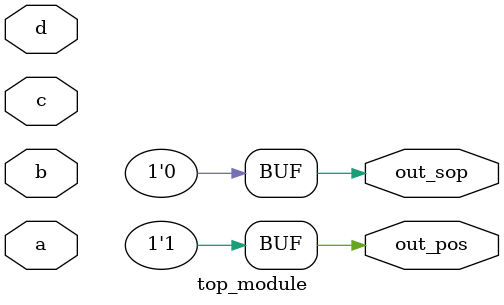
<source format=sv>
module top_module (
	input a,
	input b,
	input c,
	input d,
	output out_sop,
	output out_pos
);

assign out_sop = (a==2) | (a==7) | (a==15);
assign out_pos = (a==0) | (a==1) | (a==4) | (a==5) | (a==6) | (a==9) | (a==10) | (a==13) | (a==14);
endmodule

</source>
